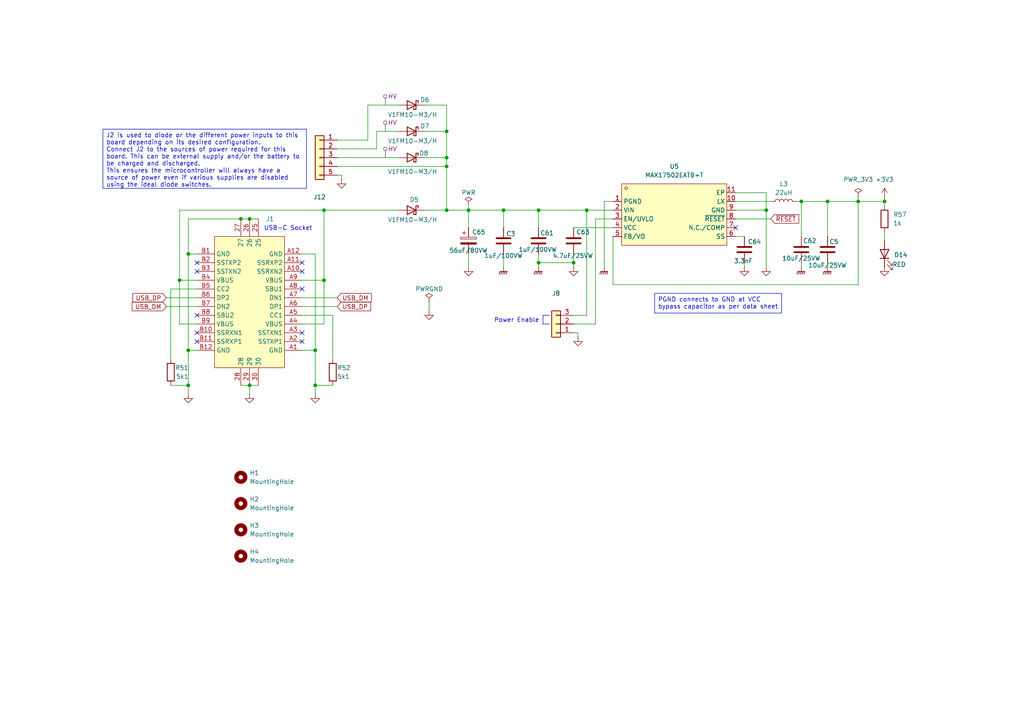
<source format=kicad_sch>
(kicad_sch (version 20231120) (generator "eeschema") (generator_version "8.0")
  (paper "A4")
  (title_block (title "Power & Connectors") (date "2025-11-24") (rev "1.0") (company "Open Source Solutions Pty Ltd"))
  (lib_symbols
    (symbol "BidirectionalSupply:MAX17502FATB+T"
      (property "Reference" "U" (at 0 11.43 0))
      (property "Value" "MAX17502FATB+T" (at 0 -11.43 0))
      (symbol "MAX17502FATB+T_0_1"
        (rectangle (start -15.24 8.89) (end 15.24 -8.89) (fill (type background)))
        (circle (center -13.97 7.62) (radius 0.38))
      )
      (symbol "MAX17502FATB+T_1_1"
        (pin power_in line (at -17.78 3.81 0) (length 2.54) (name "PGND") (number "1"))
        (pin passive line (at 17.78 3.81 180) (length 2.54) (name "LX") (number "10"))
        (pin power_in line (at 17.78 6.35 180) (length 2.54) (name "EP") (number "11"))
        (pin power_in line (at -17.78 1.27 0) (length 2.54) (name "VIN") (number "2"))
        (pin input line (at -17.78 -1.27 0) (length 2.54) (name "EN/UVLO") (number "3"))
        (pin power_out line (at -17.78 -3.81 0) (length 2.54) (name "VCC") (number "4"))
        (pin passive line (at -17.78 -6.35 0) (length 2.54) (name "FB/VO") (number "5"))
        (pin passive line (at 17.78 -6.35 180) (length 2.54) (name "SS") (number "6"))
        (pin passive line (at 17.78 -3.81 180) (length 2.54) (name "N.C./COMP") (number "7"))
        (pin open_collector line (at 17.78 -1.27 180) (length 2.54) (name "~{RESET}") (number "8"))
        (pin power_in line (at 17.78 1.27 180) (length 2.54) (name "GND") (number "9"))
      )
    )
    (symbol "BidirectionalSupply:USB-309GC-B-SU"
      (property "Reference" "USB" (at 0 27.94 0))
      (property "Value" "USB-309GC-B-SU" (at 0 -30.48 0))
      (symbol "USB-309GC-B-SU_0_1"
        (rectangle (start -10.16 17.78) (end 10.16 -20.32) (fill (type background)))
      )
      (symbol "USB-309GC-B-SU_1_1"
        (pin passive line (at 2.54 22.86 270) (length 5.08) (name "25") (number "25"))
        (pin passive line (at 0 22.86 270) (length 5.08) (name "26") (number "26"))
        (pin passive line (at -2.54 22.86 270) (length 5.08) (name "27") (number "27"))
        (pin passive line (at -2.54 -25.4 90) (length 5.08) (name "28") (number "28"))
        (pin passive line (at 0 -25.4 90) (length 5.08) (name "29") (number "29"))
        (pin passive line (at 2.54 -25.4 90) (length 5.08) (name "30") (number "30"))
        (pin power_in line (at 15.24 -15.24 180) (length 5.08) (name "GND") (number "A1"))
        (pin passive line (at 15.24 7.62 180) (length 5.08) (name "SSRXN2") (number "A10"))
        (pin passive line (at 15.24 10.16 180) (length 5.08) (name "SSRXP2") (number "A11"))
        (pin power_in line (at 15.24 12.7 180) (length 5.08) (name "GND") (number "A12"))
        (pin passive line (at 15.24 -12.7 180) (length 5.08) (name "SSTXP1") (number "A2"))
        (pin passive line (at 15.24 -10.16 180) (length 5.08) (name "SSTXN1") (number "A3"))
        (pin passive line (at 15.24 -7.62 180) (length 5.08) (name "VBUS") (number "A4"))
        (pin passive line (at 15.24 -5.08 180) (length 5.08) (name "CC1") (number "A5"))
        (pin passive line (at 15.24 -2.54 180) (length 5.08) (name "DP1") (number "A6"))
        (pin passive line (at 15.24 0 180) (length 5.08) (name "DN1") (number "A7"))
        (pin passive line (at 15.24 2.54 180) (length 5.08) (name "SBU1") (number "A8"))
        (pin passive line (at 15.24 5.08 180) (length 5.08) (name "VBUS") (number "A9"))
        (pin power_in line (at -15.24 12.7 0) (length 5.08) (name "GND") (number "B1"))
        (pin passive line (at -15.24 -10.16 0) (length 5.08) (name "SSRXN1") (number "B10"))
        (pin passive line (at -15.24 -12.7 0) (length 5.08) (name "SSRXP1") (number "B11"))
        (pin passive line (at -15.24 -15.24 0) (length 5.08) (name "GND") (number "B12"))
        (pin passive line (at -15.24 10.16 0) (length 5.08) (name "SSTXP2") (number "B2"))
        (pin passive line (at -15.24 7.62 0) (length 5.08) (name "SSTXN2") (number "B3"))
        (pin passive line (at -15.24 5.08 0) (length 5.08) (name "VBUS") (number "B4"))
        (pin passive line (at -15.24 2.54 0) (length 5.08) (name "CC2") (number "B5"))
        (pin passive line (at -15.24 0 0) (length 5.08) (name "DP2") (number "B6"))
        (pin passive line (at -15.24 -2.54 0) (length 5.08) (name "DN2") (number "B7"))
        (pin passive line (at -15.24 -5.08 0) (length 5.08) (name "SBU2") (number "B8"))
        (pin passive line (at -15.24 -7.62 0) (length 5.08) (name "VBUS") (number "B9"))
      )
    )
    (symbol "Connector_Generic:Conn_01x03" (pin_names (offset 1.016) hide)
      (property "Reference" "J" (at 0 5.08 0))
      (property "Value" "Conn_01x03" (at 0 -5.08 0))
      (symbol "Conn_01x03_1_1"
        (rectangle (start -1.27 -2.413) (end 0 -2.667) (stroke (width 0.1524)))
        (rectangle (start -1.27 0.127) (end 0 -0.127) (stroke (width 0.1524)))
        (rectangle (start -1.27 2.667) (end 0 2.413) (stroke (width 0.1524)))
        (rectangle (start -1.27 3.81) (end 1.27 -3.81) (stroke (width 0.254)) (fill (type background)))
        (pin passive line (at -5.08 2.54 0) (length 3.81) (name "Pin_1") (number "1"))
        (pin passive line (at -5.08 0 0) (length 3.81) (name "Pin_2") (number "2"))
        (pin passive line (at -5.08 -2.54 0) (length 3.81) (name "Pin_3") (number "3"))
      )
    )
    (symbol "Connector_Generic:Conn_01x05" (pin_names (offset 1.016) hide)
      (property "Reference" "J" (at 0 7.62 0))
      (property "Value" "Conn_01x05" (at 0 -7.62 0))
      (symbol "Conn_01x05_1_1"
        (rectangle (start -1.27 -4.953) (end 0 -5.207) (stroke (width 0.1524)))
        (rectangle (start -1.27 -2.413) (end 0 -2.667) (stroke (width 0.1524)))
        (rectangle (start -1.27 0.127) (end 0 -0.127) (stroke (width 0.1524)))
        (rectangle (start -1.27 2.667) (end 0 2.413) (stroke (width 0.1524)))
        (rectangle (start -1.27 5.207) (end 0 4.953) (stroke (width 0.1524)))
        (rectangle (start -1.27 6.35) (end 1.27 -6.35) (stroke (width 0.254)) (fill (type background)))
        (pin passive line (at -5.08 5.08 0) (length 3.81) (name "Pin_1") (number "1"))
        (pin passive line (at -5.08 2.54 0) (length 3.81) (name "Pin_2") (number "2"))
        (pin passive line (at -5.08 0 0) (length 3.81) (name "Pin_3") (number "3"))
        (pin passive line (at -5.08 -2.54 0) (length 3.81) (name "Pin_4") (number "4"))
        (pin passive line (at -5.08 -5.08 0) (length 3.81) (name "Pin_5") (number "5"))
      )
    )
    (symbol "Device:C" (pin_numbers hide) (pin_names (offset 0.254))
      (property "Reference" "C" (at 0.635 2.54 0))
      (property "Value" "C" (at 0.635 -2.54 0))
      (symbol "C_0_1"
        (polyline (pts (xy -2.032 -0.762) (xy 2.032 -0.762)) (stroke (width 0.508)))
        (polyline (pts (xy -2.032 0.762) (xy 2.032 0.762)) (stroke (width 0.508)))
      )
      (symbol "C_1_1"
        (pin passive line (at 0 3.81 270) (length 2.794) (name "~") (number "1"))
        (pin passive line (at 0 -3.81 90) (length 2.794) (name "~") (number "2"))
      )
    )
    (symbol "Device:C_Polarized" (pin_numbers hide) (pin_names (offset 0.254))
      (property "Reference" "C" (at 0.635 2.54 0))
      (property "Value" "C_Polarized" (at 0.635 -2.54 0))
      (symbol "C_Polarized_0_1"
        (rectangle (start -2.286 0.508) (end 2.286 1.016))
        (polyline (pts (xy -1.778 2.286) (xy -0.762 2.286)))
        (polyline (pts (xy -1.27 2.794) (xy -1.27 1.778)))
        (rectangle (start 2.286 -0.508) (end -2.286 -1.016) (fill (type outline)))
      )
      (symbol "C_Polarized_1_1"
        (pin passive line (at 0 3.81 270) (length 2.794) (name "~") (number "1"))
        (pin passive line (at 0 -3.81 90) (length 2.794) (name "~") (number "2"))
      )
    )
    (symbol "Device:D_Schottky" (pin_numbers hide) (pin_names (offset 1.016) hide)
      (property "Reference" "D" (at 0 2.54 0))
      (property "Value" "D_Schottky" (at 0 -2.54 0))
      (symbol "D_Schottky_0_1"
        (polyline (pts (xy 1.27 0) (xy -1.27 0)))
        (polyline (pts (xy 1.27 1.27) (xy 1.27 -1.27) (xy -1.27 0) (xy 1.27 1.27)) (stroke (width 0.254)))
        (polyline (pts (xy -1.905 0.635) (xy -1.905 1.27) (xy -1.27 1.27) (xy -1.27 -1.27) (xy -0.635 -1.27) (xy -0.635 -0.635)) (stroke (width 0.254)))
      )
      (symbol "D_Schottky_1_1"
        (pin passive line (at -3.81 0 0) (length 2.54) (name "K") (number "1"))
        (pin passive line (at 3.81 0 180) (length 2.54) (name "A") (number "2"))
      )
    )
    (symbol "Device:L" (pin_numbers hide) (pin_names (offset 1.016) hide)
      (property "Reference" "L" (at -1.27 0 90))
      (property "Value" "L" (at 1.905 0 90))
      (symbol "L_0_1"
        (arc (start 0 -2.54) (mid 0.6323 -1.905) (end 0 -1.27))
        (arc (start 0 -1.27) (mid 0.6323 -0.635) (end 0 0))
        (arc (start 0 0) (mid 0.6323 0.635) (end 0 1.27))
        (arc (start 0 1.27) (mid 0.6323 1.905) (end 0 2.54))
      )
      (symbol "L_1_1"
        (pin passive line (at 0 3.81 270) (length 1.27) (name "1") (number "1"))
        (pin passive line (at 0 -3.81 90) (length 1.27) (name "2") (number "2"))
      )
    )
    (symbol "Device:LED" (pin_numbers hide) (pin_names (offset 1.016) hide)
      (property "Reference" "D" (at 0 2.54 0))
      (property "Value" "LED" (at 0 -2.54 0))
      (symbol "LED_0_1"
        (polyline (pts (xy -1.27 -1.27) (xy -1.27 1.27)) (stroke (width 0.254)))
        (polyline (pts (xy -1.27 0) (xy 1.27 0)))
        (polyline (pts (xy 1.27 -1.27) (xy 1.27 1.27) (xy -1.27 0) (xy 1.27 -1.27)) (stroke (width 0.254)))
        (polyline (pts (xy -3.048 -0.762) (xy -4.572 -2.286) (xy -3.81 -2.286) (xy -4.572 -2.286) (xy -4.572 -1.524)))
        (polyline (pts (xy -1.778 -0.762) (xy -3.302 -2.286) (xy -2.54 -2.286) (xy -3.302 -2.286) (xy -3.302 -1.524)))
      )
      (symbol "LED_1_1"
        (pin passive line (at -3.81 0 0) (length 2.54) (name "K") (number "1"))
        (pin passive line (at 3.81 0 180) (length 2.54) (name "A") (number "2"))
      )
    )
    (symbol "Device:R" (pin_numbers hide) (pin_names (offset 0))
      (property "Reference" "R" (at 2.032 0 90))
      (property "Value" "R" (at 0 0 90))
      (symbol "R_0_1"
        (rectangle (start -1.016 -2.54) (end 1.016 2.54) (stroke (width 0.254)))
      )
      (symbol "R_1_1"
        (pin passive line (at 0 3.81 270) (length 1.27) (name "~") (number "1"))
        (pin passive line (at 0 -3.81 90) (length 1.27) (name "~") (number "2"))
      )
    )
    (symbol "Mechanical:MountingHole" (pin_names (offset 1.016)) (exclude_from_sim yes) (in_bom no)
      (property "Reference" "H" (at 0 5.08 0))
      (property "Value" "MountingHole" (at 0 3.175 0))
      (symbol "MountingHole_0_1"
        (circle (center 0 0) (radius 1.27) (stroke (width 1.27)))
      )
    )
    (symbol "power:+3V3" (power) (pin_numbers hide) (pin_names (offset 0) hide)
      (property "Value" "+3V3" (at 0 3.556 0))
      (symbol "+3V3_0_1"
        (polyline (pts (xy -0.762 1.27) (xy 0 2.54)))
        (polyline (pts (xy 0 0) (xy 0 2.54)))
        (polyline (pts (xy 0 2.54) (xy 0.762 1.27)))
      )
      (symbol "+3V3_1_1"
        (pin power_in line (at 0 0 90) (length 0) (name "~") (number "1"))
      )
    )
    (symbol "power:GND" (power) (pin_numbers hide) (pin_names (offset 0) hide)
      (property "Value" "GND" (at 0 -3.81 0))
      (symbol "GND_0_1"
        (polyline (pts (xy 0 0) (xy 0 -1.27) (xy 1.27 -1.27) (xy 0 -2.54) (xy -1.27 -1.27) (xy 0 -1.27)))
      )
      (symbol "GND_1_1"
        (pin power_in line (at 0 0 270) (length 0) (name "~") (number "1"))
      )
    )
    (symbol "power:GNDPWR" (power) (pin_numbers hide) (pin_names (offset 0) hide)
      (property "Value" "GNDPWR" (at 0 -3.302 0))
      (symbol "GNDPWR_0_1"
        (polyline (pts (xy 0 -1.27) (xy 0 0)))
        (polyline (pts (xy -1.016 -1.27) (xy -1.27 -2.032) (xy -1.27 -2.032)) (stroke (width 0.2032)))
        (polyline (pts (xy -0.508 -1.27) (xy -0.762 -2.032) (xy -0.762 -2.032)) (stroke (width 0.2032)))
        (polyline (pts (xy 0 -1.27) (xy -0.254 -2.032) (xy -0.254 -2.032)) (stroke (width 0.2032)))
        (polyline (pts (xy 0.508 -1.27) (xy 0.254 -2.032) (xy 0.254 -2.032)) (stroke (width 0.2032)))
        (polyline (pts (xy 1.016 -1.27) (xy -1.016 -1.27) (xy -1.016 -1.27)) (stroke (width 0.2032)))
        (polyline (pts (xy 1.016 -1.27) (xy 0.762 -2.032) (xy 0.762 -2.032) (xy 0.762 -2.032)) (stroke (width 0.2032)))
      )
      (symbol "GNDPWR_1_1"
        (pin power_in line (at 0 0 270) (length 0) (name "~") (number "1"))
      )
    )
    (symbol "power:PWR_FLAG" (power) (pin_numbers hide) (pin_names (offset 0) hide)
      (property "Value" "PWR_FLAG" (at 0 3.81 0))
      (symbol "PWR_FLAG_0_0"
        (pin power_out line (at 0 0 90) (length 0) (name "~") (number "1"))
      )
      (symbol "PWR_FLAG_0_1"
        (polyline (pts (xy 0 0) (xy 0 1.27) (xy -1.016 1.905) (xy 0 2.54) (xy 1.016 1.905) (xy 0 1.27)))
      )
    )
  )
  (junction (at 129.54 60.96))
  (junction (at 54.61 101.6))
  (junction (at 93.98 60.96))
  (junction (at 129.54 38.1))
  (junction (at 129.54 48.26))
  (junction (at 156.21 76.2))
  (junction (at 52.07 81.28))
  (junction (at 69.85 63.5))
  (junction (at 91.44 111.76))
  (junction (at 156.21 60.96))
  (junction (at 91.44 101.6))
  (junction (at 146.05 60.96))
  (junction (at 72.39 63.5))
  (junction (at 170.18 60.96))
  (junction (at 240.03 58.42))
  (junction (at 93.98 81.28))
  (junction (at 54.61 111.76))
  (junction (at 166.37 76.2))
  (junction (at 256.54 58.42))
  (junction (at 72.39 111.76))
  (junction (at 54.61 73.66))
  (junction (at 248.92 58.42))
  (junction (at 222.25 60.96))
  (junction (at 129.54 45.72))
  (junction (at 232.41 58.42))
  (junction (at 135.89 60.96))
  (no_connect (at 213.36 66.04))
  (no_connect (at 87.63 96.52))
  (no_connect (at 87.63 99.06))
  (no_connect (at 87.63 78.74))
  (no_connect (at 57.15 78.74))
  (no_connect (at 57.15 96.52))
  (no_connect (at 57.15 99.06))
  (no_connect (at 87.63 76.2))
  (no_connect (at 87.63 83.82))
  (no_connect (at 57.15 76.2))
  (no_connect (at 57.15 91.44))
  (wire (pts (xy 91.44 111.76) (xy 91.44 101.6)))
  (wire (pts (xy 124.46 87.63) (xy 124.46 90.17)))
  (wire (pts (xy 156.21 76.2) (xy 166.37 76.2)))
  (wire (pts (xy 166.37 66.04) (xy 177.8 66.04)))
  (wire (pts (xy 69.85 63.5) (xy 54.61 63.5)))
  (wire (pts (xy 106.68 30.48) (xy 106.68 40.64)))
  (wire (pts (xy 135.89 77.47) (xy 135.89 73.66)))
  (wire (pts (xy 167.64 96.52) (xy 167.64 97.79)))
  (wire (pts (xy 72.39 63.5) (xy 69.85 63.5)))
  (wire (pts (xy 240.03 58.42) (xy 248.92 58.42)))
  (wire (pts (xy 106.68 40.64) (xy 97.79 40.64)))
  (wire (pts (xy 74.93 63.5) (xy 72.39 63.5)))
  (wire (pts (xy 52.07 81.28) (xy 52.07 60.96)))
  (wire (pts (xy 215.9 76.2) (xy 215.9 77.47)))
  (wire (pts (xy 248.92 57.15) (xy 248.92 58.42)))
  (wire (pts (xy 123.19 60.96) (xy 129.54 60.96)))
  (wire (pts (xy 146.05 73.66) (xy 146.05 77.47)))
  (wire (pts (xy 97.79 45.72) (xy 115.57 45.72)))
  (wire (pts (xy 256.54 57.15) (xy 256.54 58.42)))
  (wire (pts (xy 49.53 111.76) (xy 54.61 111.76)))
  (wire (pts (xy 256.54 67.31) (xy 256.54 69.85)))
  (wire (pts (xy 109.22 38.1) (xy 109.22 43.18)))
  (wire (pts (xy 248.92 58.42) (xy 248.92 82.55)))
  (wire (pts (xy 213.36 60.96) (xy 222.25 60.96)))
  (wire (pts (xy 54.61 63.5) (xy 54.61 73.66)))
  (wire (pts (xy 256.54 58.42) (xy 256.54 59.69)))
  (wire (pts (xy 87.63 93.98) (xy 93.98 93.98)))
  (wire (pts (xy 129.54 60.96) (xy 135.89 60.96)))
  (wire (pts (xy 72.39 111.76) (xy 72.39 114.3)))
  (wire (pts (xy 135.89 66.04) (xy 135.89 60.96)))
  (wire (pts (xy 175.26 58.42) (xy 175.26 77.47)))
  (wire (pts (xy 48.26 86.36) (xy 57.15 86.36)))
  (wire (pts (xy 106.68 30.48) (xy 115.57 30.48)))
  (wire (pts (xy 129.54 48.26) (xy 129.54 60.96)))
  (wire (pts (xy 97.79 43.18) (xy 109.22 43.18)))
  (wire (pts (xy 170.18 60.96) (xy 177.8 60.96)))
  (wire (pts (xy 240.03 76.2) (xy 240.03 77.47)))
  (wire (pts (xy 87.63 73.66) (xy 91.44 73.66)))
  (wire (pts (xy 91.44 114.3) (xy 91.44 111.76)))
  (wire (pts (xy 222.25 55.88) (xy 222.25 60.96)))
  (wire (pts (xy 177.8 58.42) (xy 175.26 58.42)))
  (wire (pts (xy 156.21 60.96) (xy 170.18 60.96)))
  (wire (pts (xy 172.72 63.5) (xy 172.72 93.98)))
  (wire (pts (xy 166.37 76.2) (xy 166.37 77.47)))
  (wire (pts (xy 57.15 73.66) (xy 54.61 73.66)))
  (wire (pts (xy 213.36 68.58) (xy 215.9 68.58)))
  (wire (pts (xy 166.37 73.66) (xy 166.37 76.2)))
  (wire (pts (xy 54.61 73.66) (xy 54.61 101.6)))
  (wire (pts (xy 91.44 111.76) (xy 96.52 111.76)))
  (wire (pts (xy 97.79 48.26) (xy 129.54 48.26)))
  (wire (pts (xy 213.36 58.42) (xy 223.52 58.42)))
  (wire (pts (xy 248.92 58.42) (xy 256.54 58.42)))
  (wire (pts (xy 87.63 81.28) (xy 93.98 81.28)))
  (wire (pts (xy 231.14 58.42) (xy 232.41 58.42)))
  (wire (pts (xy 123.19 45.72) (xy 129.54 45.72)))
  (wire (pts (xy 156.21 73.66) (xy 156.21 76.2)))
  (wire (pts (xy 129.54 38.1) (xy 129.54 45.72)))
  (polyline (pts (xy 159.385 93.98) (xy 157.48 93.98)))
  (wire (pts (xy 49.53 83.82) (xy 49.53 104.14)))
  (wire (pts (xy 240.03 68.58) (xy 240.03 58.42)))
  (wire (pts (xy 93.98 60.96) (xy 115.57 60.96)))
  (wire (pts (xy 54.61 101.6) (xy 57.15 101.6)))
  (wire (pts (xy 177.8 68.58) (xy 177.8 82.55)))
  (wire (pts (xy 232.41 58.42) (xy 240.03 58.42)))
  (wire (pts (xy 93.98 60.96) (xy 93.98 81.28)))
  (wire (pts (xy 87.63 101.6) (xy 91.44 101.6)))
  (wire (pts (xy 52.07 81.28) (xy 57.15 81.28)))
  (wire (pts (xy 129.54 45.72) (xy 129.54 48.26)))
  (wire (pts (xy 52.07 60.96) (xy 93.98 60.96)))
  (wire (pts (xy 96.52 91.44) (xy 96.52 104.14)))
  (wire (pts (xy 87.63 86.36) (xy 97.79 86.36)))
  (wire (pts (xy 97.79 50.8) (xy 99.06 50.8)))
  (wire (pts (xy 232.41 68.58) (xy 232.41 58.42)))
  (wire (pts (xy 72.39 111.76) (xy 69.85 111.76)))
  (wire (pts (xy 54.61 101.6) (xy 54.61 111.76)))
  (wire (pts (xy 99.06 50.8) (xy 99.06 52.07)))
  (wire (pts (xy 135.89 59.69) (xy 135.89 60.96)))
  (wire (pts (xy 91.44 73.66) (xy 91.44 101.6)))
  (wire (pts (xy 156.21 66.04) (xy 156.21 60.96)))
  (wire (pts (xy 109.22 38.1) (xy 115.57 38.1)))
  (wire (pts (xy 172.72 63.5) (xy 177.8 63.5)))
  (wire (pts (xy 57.15 83.82) (xy 49.53 83.82)))
  (wire (pts (xy 222.25 60.96) (xy 222.25 77.47)))
  (wire (pts (xy 146.05 66.04) (xy 146.05 60.96)))
  (wire (pts (xy 166.37 93.98) (xy 172.72 93.98)))
  (wire (pts (xy 213.36 55.88) (xy 222.25 55.88)))
  (wire (pts (xy 54.61 111.76) (xy 54.61 114.3)))
  (wire (pts (xy 166.37 91.44) (xy 170.18 91.44)))
  (wire (pts (xy 87.63 91.44) (xy 96.52 91.44)))
  (wire (pts (xy 52.07 93.98) (xy 52.07 81.28)))
  (wire (pts (xy 213.36 63.5) (xy 223.52 63.5)))
  (wire (pts (xy 57.15 93.98) (xy 52.07 93.98)))
  (wire (pts (xy 146.05 60.96) (xy 156.21 60.96)))
  (wire (pts (xy 93.98 81.28) (xy 93.98 93.98)))
  (wire (pts (xy 166.37 96.52) (xy 167.64 96.52)))
  (polyline (pts (xy 157.48 91.44) (xy 159.385 91.44)))
  (wire (pts (xy 123.19 38.1) (xy 129.54 38.1)))
  (wire (pts (xy 177.8 82.55) (xy 248.92 82.55)))
  (wire (pts (xy 87.63 88.9) (xy 97.79 88.9)))
  (wire (pts (xy 129.54 30.48) (xy 129.54 38.1)))
  (wire (pts (xy 135.89 60.96) (xy 146.05 60.96)))
  (polyline (pts (xy 157.48 93.98) (xy 157.48 91.44)))
  (wire (pts (xy 170.18 60.96) (xy 170.18 91.44)))
  (wire (pts (xy 74.93 111.76) (xy 72.39 111.76)))
  (wire (pts (xy 232.41 76.2) (xy 232.41 77.47)))
  (wire (pts (xy 48.26 88.9) (xy 57.15 88.9)))
  (wire (pts (xy 123.19 30.48) (xy 129.54 30.48)))
  (wire (pts (xy 156.21 76.2) (xy 156.21 77.47)))
  (text_box "PGND connects to GND at VCC bypass capacitor as per data sheet\n" (at 189.865 85.09 0) (size 36.83 5.715) (effects (font (size 1.27 1.27)) (justify left top)))
  (text_box "J2 is used to diode or the different power inputs to this board depending on its desired configuration.\nConnect J2 to the sources of power required for this board. This can be external supply and/or the battery to be charged and discharged.\nThis ensures the microcontroller will always have a source of power even if various supplies are disabled using the ideal diode switches." (at 29.845 37.465 0) (size 59.055 17.145) (effects (font (size 1.27 1.27)) (justify left top)))
  (text "USB-C Socket" (at 83.566 66.294 0) (effects (font (size 1.27 1.27))))
  (text "Power Enable" (at 149.86 92.964 0) (effects (font (size 1.27 1.27))))
  (global_label "USB_DM" (shape input) (at 97.79 86.36 0) (property "Intersheetrefs" "${INTERSHEET_REFS}" (effects (hide yes))))
  (global_label "~{RESET}" (shape input) (at 223.52 63.5 0) (property "Intersheetrefs" "${INTERSHEET_REFS}" (effects (hide yes))))
  (global_label "USB_DP" (shape input) (at 48.26 86.36 180) (property "Intersheetrefs" "${INTERSHEET_REFS}" (effects (hide yes))))
  (global_label "USB_DM" (shape input) (at 48.26 88.9 180) (property "Intersheetrefs" "${INTERSHEET_REFS}" (effects (hide yes))))
  (global_label "USB_DP" (shape input) (at 97.79 88.9 0) (property "Intersheetrefs" "${INTERSHEET_REFS}" (effects (hide yes))))
  (netclass_flag "" (length 2.54) (shape round) (at 111.76 30.48 0) (property "Netclass" "HV" (at 112.4585 27.94 0) (effects (font (italic yes)) (justify left))))
  (netclass_flag "" (length 2.54) (shape round) (at 111.76 38.1 0) (property "Netclass" "HV" (at 112.4585 35.56 0) (effects (font (italic yes)) (justify left))))
  (netclass_flag "" (length 2.54) (shape round) (at 111.76 45.72 0) (property "Netclass" "HV" (at 112.4585 43.18 0) (effects (font (italic yes)) (justify left))))
  (symbol (lib_id "power:PWR_FLAG") (at 248.92 57.15 0) (unit 1)
    (property "Reference" "#FLG01" (effects (hide yes)))
    (property "Value" "PWR_3V3" (at 248.92 52.07 0))
    (property "Description" "Special symbol for telling ERC where power comes from" (effects (hide yes)))
  )
  (symbol (lib_id "power:PWR_FLAG") (at 135.89 59.69 0) (unit 1)
    (property "Reference" "#FLG05" (effects (hide yes)))
    (property "Value" "PWR" (at 135.89 55.88 0))
    (property "Description" "Special symbol for telling ERC where power comes from" (effects (hide yes)))
  )
  (symbol (lib_id "Device:D_Schottky") (at 119.38 38.1 0) (mirror y) (unit 1)
    (property "Reference" "D7" (at 123.19 36.576 0))
    (property "Value" "V1FM10-M3/H" (at 119.634 40.894 0))
    (property "Footprint" "Diode_SMD:D_SMF" (effects (hide yes)))
    (property "Description" "Schottky diode" (effects (hide yes)))
    (property "JLCPCB" "C3758930" (effects (hide yes)))
    (property "LCSC Part" "C3758930" (effects (hide yes)))
  )
  (symbol (lib_id "Device:LED") (at 256.54 73.66 90) (unit 1)
    (property "Reference" "D14" (at 259.334 73.914 90) (effects (justify right)))
    (property "Value" "RED" (at 258.826 76.708 90) (effects (justify right)))
    (property "Footprint" "LED_SMD:LED_0603_1608Metric" (effects (hide yes)))
    (property "Description" "Light emitting diode" (effects (hide yes)))
    (property "JLCPCB" "C2286" (effects (hide yes)))
    (property "LCSC Part" "C2286" (effects (hide yes)))
  )
  (symbol (lib_id "Device:C") (at 166.37 69.85 0) (unit 1)
    (property "Reference" "C63" (at 167.132 67.31 0) (effects (justify left)))
    (property "Value" "4.7uF/25VW" (at 160.274 74.168 0) (effects (justify left)))
    (property "Footprint" "Capacitor_SMD:C_0805_2012Metric" (effects (hide yes)))
    (property "Description" "Unpolarized capacitor" (effects (hide yes)))
    (property "JLCPCB" "C1779" (effects (hide yes)))
    (property "LCSC Part" "C1779" (effects (hide yes)))
  )
  (symbol (lib_id "power:+3V3") (at 256.54 57.15 0) (unit 1)
    (property "Reference" "#PWR05" (effects (hide yes)))
    (property "Value" "+3V3" (at 256.54 52.07 0))
    (property "Description" "Power symbol creates a global label with name \"+3V3\"" (effects (hide yes)))
  )
  (symbol (lib_id "Mechanical:MountingHole") (at 69.85 146.05 0) (unit 1) (exclude_from_sim yes) (in_bom no)
    (property "Reference" "H2" (at 72.39 144.7799 0) (effects (justify left)))
    (property "Value" "MountingHole" (at 72.39 147.3199 0) (effects (justify left)))
    (property "Footprint" "MountingHole:MountingHole_3.2mm_M3_Pad" (effects (hide yes)))
    (property "Description" "Mounting Hole without connection" (effects (hide yes)))
  )
  (symbol (lib_id "Device:R") (at 49.53 107.95 0) (unit 1)
    (property "Reference" "R51" (at 50.8 106.68 0) (effects (justify left)))
    (property "Value" "5k1" (at 51.054 109.22 0) (effects (justify left)))
    (property "Footprint" "Resistor_SMD:R_0603_1608Metric" (effects (hide yes)))
    (property "Description" "Resistor" (effects (hide yes)))
    (property "JLCPCB" "C23186" (effects (hide yes)))
    (property "LCSC Part" "C23186" (effects (hide yes)))
  )
  (symbol (lib_id "Mechanical:MountingHole") (at 69.85 153.67 0) (unit 1) (exclude_from_sim yes) (in_bom no)
    (property "Reference" "H3" (at 72.39 152.3999 0) (effects (justify left)))
    (property "Value" "MountingHole" (at 72.39 154.9399 0) (effects (justify left)))
    (property "Footprint" "MountingHole:MountingHole_3.2mm_M3_Pad" (effects (hide yes)))
    (property "Description" "Mounting Hole without connection" (effects (hide yes)))
  )
  (symbol (lib_id "Connector_Generic:Conn_01x05") (at 92.71 45.72 0) (mirror y) (unit 1)
    (property "Reference" "J12" (at 92.71 57.15 0))
    (property "Value" "Conn_01x05" (effects (hide yes)))
    (property "Footprint" "Connector_Phoenix_MSTB:PhoenixContact_MSTBVA_2,5_5-G-5,08_1x05_P5.08mm_Vertical" (effects (hide yes)))
    (property "Description" "Generic connector, single row, 01x05, script generated (kicad-library-utils/schlib/autogen/connector/)" (effects (hide yes)))
  )
  (symbol (lib_id "power:GND") (at 72.39 114.3 0) (unit 1)
    (property "Reference" "#PWR0105" (effects (hide yes)))
    (property "Value" "GND" (effects (hide yes)))
    (property "Description" "Power symbol creates a global label with name \"GND\" , ground" (effects (hide yes)))
  )
  (symbol (lib_id "power:GND") (at 99.06 52.07 0) (unit 1)
    (property "Reference" "#PWR0113" (effects (hide yes)))
    (property "Value" "GND" (effects (hide yes)))
    (property "Description" "Power symbol creates a global label with name \"GND\" , ground" (effects (hide yes)))
  )
  (symbol (lib_id "power:GND") (at 124.46 90.17 0) (unit 1)
    (property "Reference" "#PWR0112" (effects (hide yes)))
    (property "Value" "GND" (effects (hide yes)))
    (property "Description" "Power symbol creates a global label with name \"GND\" , ground" (effects (hide yes)))
  )
  (symbol (lib_id "Device:L") (at 227.33 58.42 90) (unit 1)
    (property "Reference" "L3" (at 227.33 53.34 90))
    (property "Value" "22uH" (at 227.33 55.88 90))
    (property "Footprint" "BidirectionalSupply:IND-SMD_L4.0-W4.0_SLW4010S" (effects (hide yes)))
    (property "Description" "Inductor" (effects (hide yes)))
    (property "JLCPCB" "C83472" (effects (hide yes)))
    (property "LCSC Part" "C83472" (effects (hide yes)))
  )
  (symbol (lib_id "power:GNDPWR") (at 240.03 77.47 0) (unit 1)
    (property "Reference" "#PWR082" (effects (hide yes)))
    (property "Value" "GNDPWR" (effects (hide yes)))
    (property "Description" "Power symbol creates a global label with name \"GNDPWR\" , global ground" (effects (hide yes)))
  )
  (symbol (lib_id "Mechanical:MountingHole") (at 69.85 138.43 0) (unit 1) (exclude_from_sim yes) (in_bom no)
    (property "Reference" "H1" (at 72.39 137.1599 0) (effects (justify left)))
    (property "Value" "MountingHole" (at 72.39 139.6999 0) (effects (justify left)))
    (property "Footprint" "MountingHole:MountingHole_3.2mm_M3_Pad" (effects (hide yes)))
    (property "Description" "Mounting Hole without connection" (effects (hide yes)))
  )
  (symbol (lib_id "power:GNDPWR") (at 146.05 77.47 0) (unit 1)
    (property "Reference" "#PWR04" (effects (hide yes)))
    (property "Value" "GNDPWR" (effects (hide yes)))
    (property "Description" "Power symbol creates a global label with name \"GNDPWR\" , global ground" (effects (hide yes)))
  )
  (symbol (lib_id "power:GND") (at 91.44 114.3 0) (unit 1)
    (property "Reference" "#PWR0104" (effects (hide yes)))
    (property "Value" "GND" (effects (hide yes)))
    (property "Description" "Power symbol creates a global label with name \"GND\" , ground" (effects (hide yes)))
  )
  (symbol (lib_id "power:GND") (at 215.9 77.47 0) (unit 1)
    (property "Reference" "#PWR084" (effects (hide yes)))
    (property "Value" "GND" (effects (hide yes)))
    (property "Description" "Power symbol creates a global label with name \"GND\" , ground" (effects (hide yes)))
  )
  (symbol (lib_id "power:GNDPWR") (at 232.41 77.47 0) (unit 1)
    (property "Reference" "#PWR081" (effects (hide yes)))
    (property "Value" "GNDPWR" (effects (hide yes)))
    (property "Description" "Power symbol creates a global label with name \"GNDPWR\" , global ground" (effects (hide yes)))
  )
  (symbol (lib_id "power:GND") (at 256.54 77.47 0) (unit 1)
    (property "Reference" "#PWR0110" (effects (hide yes)))
    (property "Value" "GND" (effects (hide yes)))
    (property "Description" "Power symbol creates a global label with name \"GND\" , ground" (effects (hide yes)))
  )
  (symbol (lib_id "Connector_Generic:Conn_01x03") (at 161.29 93.98 180) (unit 1)
    (property "Reference" "J8" (at 161.29 85.09 0))
    (property "Value" "Conn_01x03" (effects (hide yes)))
    (property "Footprint" "Connector_PinHeader_2.54mm:PinHeader_1x03_P2.54mm_Vertical" (effects (hide yes)))
    (property "Description" "Generic connector, single row, 01x03, script generated (kicad-library-utils/schlib/autogen/connector/)" (effects (hide yes)))
  )
  (symbol (lib_id "Device:C") (at 240.03 72.39 0) (unit 1)
    (property "Reference" "C5" (at 240.538 70.104 0) (effects (justify left)))
    (property "Value" "10uF/25VW" (at 234.442 76.962 0) (effects (justify left)))
    (property "Footprint" "Capacitor_SMD:C_0805_2012Metric" (effects (hide yes)))
    (property "Description" "Unpolarized capacitor" (effects (hide yes)))
    (property "JLCPCB" "C15850" (effects (hide yes)))
    (property "LCSC Part" "C15850" (effects (hide yes)))
  )
  (symbol (lib_id "power:GNDPWR") (at 175.26 77.47 0) (unit 1)
    (property "Reference" "#PWR011" (effects (hide yes)))
    (property "Value" "GNDPWR" (effects (hide yes)))
    (property "Description" "Power symbol creates a global label with name \"GNDPWR\" , global ground" (effects (hide yes)))
  )
  (symbol (lib_id "power:GND") (at 167.64 97.79 0) (unit 1)
    (property "Reference" "#PWR012" (effects (hide yes)))
    (property "Value" "GND" (effects (hide yes)))
    (property "Description" "Power symbol creates a global label with name \"GND\" , ground" (effects (hide yes)))
  )
  (symbol (lib_id "Device:C") (at 232.41 72.39 0) (unit 1)
    (property "Reference" "C62" (at 232.918 69.85 0) (effects (justify left)))
    (property "Value" "10uF/25VW" (at 226.822 74.93 0) (effects (justify left)))
    (property "Footprint" "Capacitor_SMD:C_0805_2012Metric" (effects (hide yes)))
    (property "Description" "Unpolarized capacitor" (effects (hide yes)))
    (property "JLCPCB" "C15850" (effects (hide yes)))
    (property "LCSC Part" "C15850" (effects (hide yes)))
  )
  (symbol (lib_id "BidirectionalSupply:USB-309GC-B-SU") (at 72.39 86.36 0) (unit 1)
    (property "Reference" "J1" (at 77.1241 63.5 0) (effects (justify left)))
    (property "Value" "USB-309GC-B-SU" (effects (hide yes)))
    (property "Footprint" "BidirectionalSupply:USB-C-SMD_USB-309GC-B-SU" (effects (hide yes)))
    (property "Datasheet" "https://lcsc.com/product-detail/Others_HOOYA-USB-309GC-B-SU_C309336.html" (effects (hide yes)))
    (property "LCSC Part" "C309336" (effects (hide yes)))
    (property "JLCPCB" "C309336" (effects (hide yes)))
  )
  (symbol (lib_id "power:GND") (at 135.89 77.47 0) (unit 1)
    (property "Reference" "#PWR079" (effects (hide yes)))
    (property "Value" "GND" (effects (hide yes)))
    (property "Description" "Power symbol creates a global label with name \"GND\" , ground" (effects (hide yes)))
  )
  (symbol (lib_id "Device:R") (at 96.52 107.95 0) (unit 1)
    (property "Reference" "R52" (at 97.79 106.68 0) (effects (justify left)))
    (property "Value" "5k1" (at 97.79 109.22 0) (effects (justify left)))
    (property "Footprint" "Resistor_SMD:R_0603_1608Metric" (effects (hide yes)))
    (property "Description" "Resistor" (effects (hide yes)))
    (property "JLCPCB" "C23186" (effects (hide yes)))
    (property "LCSC Part" "C23186" (effects (hide yes)))
  )
  (symbol (lib_id "Device:R") (at 256.54 63.5 0) (unit 1)
    (property "Reference" "R57" (at 259.08 62.2299 0) (effects (justify left)))
    (property "Value" "1k" (at 259.08 64.7699 0) (effects (justify left)))
    (property "Footprint" "Resistor_SMD:R_0603_1608Metric" (effects (hide yes)))
    (property "Description" "Resistor" (effects (hide yes)))
    (property "JLCPCB" "C21190" (effects (hide yes)))
    (property "LCSC Part" "C21190" (effects (hide yes)))
  )
  (symbol (lib_id "Device:C") (at 215.9 72.39 0) (unit 1)
    (property "Reference" "C64" (at 216.916 70.104 0) (effects (justify left)))
    (property "Value" "3.3nF" (at 212.852 75.692 0) (effects (justify left)))
    (property "Footprint" "Capacitor_SMD:C_0603_1608Metric" (effects (hide yes)))
    (property "Description" "Unpolarized capacitor" (effects (hide yes)))
    (property "JLCPCB" "C1613" (effects (hide yes)))
    (property "LCSC Part" "C1613" (effects (hide yes)))
  )
  (symbol (lib_id "Device:C") (at 156.21 69.85 0) (unit 1)
    (property "Reference" "C61" (at 156.718 67.564 0) (effects (justify left)))
    (property "Value" "1uF/100VW" (at 150.368 72.39 0) (effects (justify left)))
    (property "Footprint" "Capacitor_SMD:C_1206_3216Metric" (effects (hide yes)))
    (property "Description" "Unpolarized capacitor" (effects (hide yes)))
    (property "JLCPCB" "C13832" (effects (hide yes)))
    (property "LCSC Part" "C13832" (effects (hide yes)))
  )
  (symbol (lib_id "Device:C_Polarized") (at 135.89 69.85 0) (unit 1)
    (property "Reference" "C65" (at 136.906 67.31 0) (effects (justify left)))
    (property "Value" "56uF/80VW" (at 130.302 72.644 0) (effects (justify left)))
    (property "Footprint" "Capacitor_SMD:CP_Elec_10x10.5" (effects (hide yes)))
    (property "Description" "Polarized capacitor" (effects (hide yes)))
    (property "JLCPCB" "C128515" (effects (hide yes)))
    (property "LCSC Part" "C128515" (effects (hide yes)))
  )
  (symbol (lib_id "BidirectionalSupply:MAX17502FATB+T") (at 195.58 62.23 0) (unit 1)
    (property "Reference" "U5" (at 195.58 48.26 0))
    (property "Value" "MAX17502EATB+T" (at 195.58 50.8 0))
    (property "Footprint" "BidirectionalSupply:DFN-10_L3.0-W2.0-P0.50-BL-EP" (effects (hide yes)))
    (property "Datasheet" "https://lcsc.com/product-detail/DC-DC-Converters_Maxim-Integrated-MAX17502FATB-T_C559500.html" (effects (hide yes)))
    (property "LCSC Part" "C571005" (effects (hide yes)))
    (property "JLCPCB" "C571005" (effects (hide yes)))
  )
  (symbol (lib_id "Device:D_Schottky") (at 119.38 60.96 0) (mirror y) (unit 1)
    (property "Reference" "D5" (at 120.142 57.912 0))
    (property "Value" "V1FM10-M3/H" (at 119.634 63.754 0))
    (property "Footprint" "Diode_SMD:D_SMF" (effects (hide yes)))
    (property "Description" "Schottky diode" (effects (hide yes)))
    (property "JLCPCB" "C3758930" (effects (hide yes)))
    (property "LCSC Part" "C3758930" (effects (hide yes)))
  )
  (symbol (lib_id "power:GNDPWR") (at 156.21 77.47 0) (unit 1)
    (property "Reference" "#PWR07" (effects (hide yes)))
    (property "Value" "GNDPWR" (effects (hide yes)))
    (property "Description" "Power symbol creates a global label with name \"GNDPWR\" , global ground" (effects (hide yes)))
  )
  (symbol (lib_id "Device:D_Schottky") (at 119.38 30.48 0) (mirror y) (unit 1)
    (property "Reference" "D6" (at 123.19 28.956 0))
    (property "Value" "V1FM10-M3/H" (at 119.634 33.274 0))
    (property "Footprint" "Diode_SMD:D_SMF" (effects (hide yes)))
    (property "Description" "Schottky diode" (effects (hide yes)))
    (property "JLCPCB" "C3758930" (effects (hide yes)))
    (property "LCSC Part" "C3758930" (effects (hide yes)))
  )
  (symbol (lib_id "power:GND") (at 222.25 77.47 0) (unit 1)
    (property "Reference" "#PWR085" (effects (hide yes)))
    (property "Value" "GND" (effects (hide yes)))
    (property "Description" "Power symbol creates a global label with name \"GND\" , ground" (effects (hide yes)))
  )
  (symbol (lib_id "power:GND") (at 166.37 77.47 0) (unit 1)
    (property "Reference" "#PWR083" (effects (hide yes)))
    (property "Value" "GND" (effects (hide yes)))
    (property "Description" "Power symbol creates a global label with name \"GND\" , ground" (effects (hide yes)))
  )
  (symbol (lib_id "Device:C") (at 146.05 69.85 0) (unit 1)
    (property "Reference" "C3" (at 146.812 67.818 0) (effects (justify left)))
    (property "Value" "1uF/100VW" (at 140.462 74.168 0) (effects (justify left)))
    (property "Footprint" "Capacitor_SMD:C_1206_3216Metric" (effects (hide yes)))
    (property "Description" "Unpolarized capacitor" (effects (hide yes)))
    (property "JLCPCB" "C13832" (effects (hide yes)))
    (property "LCSC Part" "C13832" (effects (hide yes)))
  )
  (symbol (lib_id "power:PWR_FLAG") (at 124.46 87.63 0) (unit 1)
    (property "Reference" "#FLG07" (effects (hide yes)))
    (property "Value" "PWRGND" (at 124.46 83.82 0))
    (property "Description" "Special symbol for telling ERC where power comes from" (effects (hide yes)))
  )
  (symbol (lib_id "power:GND") (at 54.61 114.3 0) (unit 1)
    (property "Reference" "#PWR02" (effects (hide yes)))
    (property "Value" "GND" (effects (hide yes)))
    (property "Description" "Power symbol creates a global label with name \"GND\" , ground" (effects (hide yes)))
  )
  (symbol (lib_id "Mechanical:MountingHole") (at 69.85 161.29 0) (unit 1) (exclude_from_sim yes) (in_bom no)
    (property "Reference" "H4" (at 72.39 160.0199 0) (effects (justify left)))
    (property "Value" "MountingHole" (at 72.39 162.5599 0) (effects (justify left)))
    (property "Footprint" "MountingHole:MountingHole_3.2mm_M3_Pad" (effects (hide yes)))
    (property "Description" "Mounting Hole without connection" (effects (hide yes)))
  )
  (symbol (lib_id "Device:D_Schottky") (at 119.38 45.72 0) (mirror y) (unit 1)
    (property "Reference" "D8" (at 122.936 44.45 0))
    (property "Value" "V1FM10-M3/H" (at 119.634 49.784 0))
    (property "Footprint" "Diode_SMD:D_SMF" (effects (hide yes)))
    (property "Description" "Schottky diode" (effects (hide yes)))
    (property "JLCPCB" "C3758930" (effects (hide yes)))
    (property "LCSC Part" "C3758930" (effects (hide yes)))
  )
)
</source>
